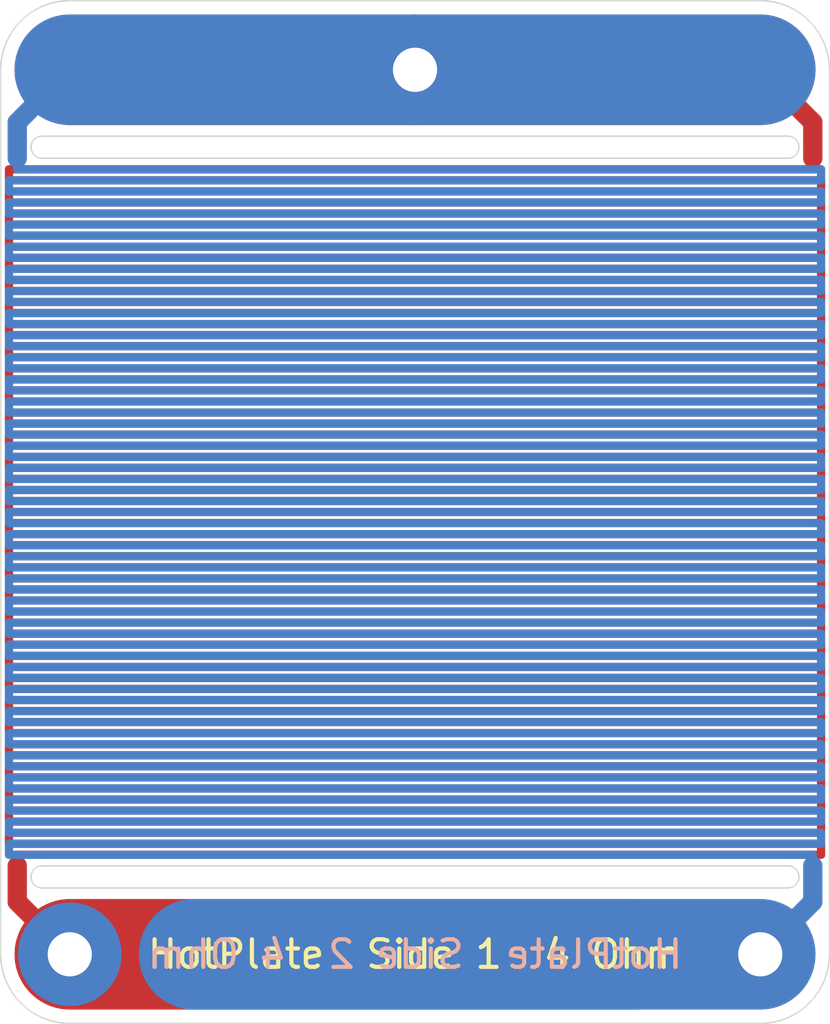
<source format=kicad_pcb>
(kicad_pcb (version 20211014) (generator pcbnew)
  (title_block (title "Heater") (rev "1"))
  (layers (0 "F.Cu" signal) (31 "B.Cu" signal) (34 "B.Paste" user) (35 "F.Paste" user) (36 "B.SilkS" user "B.Silkscreen") (37 "F.SilkS" user "F.Silkscreen") (38 "B.Mask" user) (39 "F.Mask" user) (44 "Edge.Cuts" user))
  (net 0 "")
  (net 1 "Net-(JBOTTOM1-Pad1)")
  (footprint "Library:MountingHole_3.2mm_Large" (layer "F.Cu") (at 130 43)
    (fp_text reference "JGND1" hide)
    (fp_text value "Conn_01x01")
    (pad "1" connect circle (at 0 0) (size 7.5 7.5) (layers "F.Cu" "F.Mask") (net 1 "Net-(JBOTTOM1-Pad1)"))
    (pad "1" thru_hole circle (at 0 0) (size 3.6 3.6) (drill 3.2) (layers *.Cu *.Mask) (net 1 "Net-(JBOTTOM1-Pad1)"))
    (pad "1" connect circle (at 0 0) (size 7.5 7.5) (layers "B.Cu" "B.Mask") (net 1 "Net-(JBOTTOM1-Pad1)"))
  )
  (footprint "Library:MountingHole_3.2mm_Large" (layer "F.Cu") (at 105 107)
    (fp_text reference "JBOTTOM1" hide)
    (fp_text value "Conn_01x01")
    (pad "1" connect circle (at 0 0) (size 7.5 7.5) (layers "F.Cu" "F.Mask") (net 1 "Net-(JBOTTOM1-Pad1)"))
    (pad "1" connect circle (at 0 0) (size 7.5 7.5) (layers "B.Cu" "B.Mask") (net 1 "Net-(JBOTTOM1-Pad1)"))
    (pad "1" thru_hole circle (at 0 0) (size 3.6 3.6) (drill 3.2) (layers *.Cu *.Mask) (net 1 "Net-(JBOTTOM1-Pad1)"))
  )
  (footprint "Library:MountingHole_3.2mm_Large" (layer "F.Cu") (at 155 107)
    (fp_text reference "JTOP1" hide)
    (fp_text value "Conn_01x01")
    (pad "1" thru_hole circle (at 0 0) (size 3.6 3.6) (drill 3.2) (layers *.Cu *.Mask) (net 1 "Net-(JBOTTOM1-Pad1)"))
    (pad "1" connect circle (at 0 0) (size 7.5 7.5) (layers "F.Cu" "F.Mask") (net 1 "Net-(JBOTTOM1-Pad1)"))
    (pad "1" connect circle (at 0 0) (size 7.5 7.5) (layers "B.Cu" "B.Mask") (net 1 "Net-(JBOTTOM1-Pad1)"))
  )
  (gr_arc (start 157 100.6) (mid 157.8 101.4) (end 157 102.2) (layer "Edge.Cuts") (width 0.1))
  (gr_line (start 157 49.4) (end 103 49.4) (layer "Edge.Cuts") (width 0.1))
  (gr_arc (start 100 43) (mid 101.464466 39.464466) (end 105 38) (layer "Edge.Cuts") (width 0.1))
  (gr_line (start 103 47.8) (end 157 47.8) (layer "Edge.Cuts") (width 0.1))
  (gr_arc (start 160 107) (mid 158.535534 110.535534) (end 155 112) (layer "Edge.Cuts") (width 0.1))
  (gr_line (start 157 102.2) (end 103 102.2) (layer "Edge.Cuts") (width 0.1))
  (gr_arc (start 105 112) (mid 101.464466 110.535534) (end 100 107) (layer "Edge.Cuts") (width 0.1))
  (gr_line (start 160 43) (end 160 107) (layer "Edge.Cuts") (width 0.1))
  (gr_line (start 100 107) (end 100 43) (layer "Edge.Cuts") (width 0.1))
  (gr_arc (start 103 102.2) (mid 102.2 101.4) (end 103 100.6) (layer "Edge.Cuts") (width 0.1))
  (gr_line (start 155 112) (end 105 112) (layer "Edge.Cuts") (width 0.1))
  (gr_line (start 103 100.6) (end 157 100.6) (layer "Edge.Cuts") (width 0.1))
  (gr_arc (start 157 47.8) (mid 157.8 48.6) (end 157 49.4) (layer "Edge.Cuts") (width 0.1))
  (gr_arc (start 103 49.4) (mid 102.2 48.6) (end 103 47.8) (layer "Edge.Cuts") (width 0.1))
  (gr_arc (start 155 38) (mid 158.535534 39.464466) (end 160 43) (layer "Edge.Cuts") (width 0.1))
  (gr_line (start 105 38) (end 155 38) (layer "Edge.Cuts") (width 0.1))
  (gr_text "HotPlate  Side 2  4 Ohm" (at 130 107) (layer "B.SilkS") (effects (font (size 2 2) (thickness 0.3)) (justify mirror)))
  (gr_text "HotPlate  Side 1  4 Ohm" (at 130 107) (layer "F.SilkS") (effects (font (size 2 2) (thickness 0.3))))
  (segment (start 159.4 70.2) (end 100.6 70.2) (width 0.6) (layer "F.Cu") (net 1))
  (segment (start 100.6 52.6) (end 100.6 51.8) (width 0.6) (layer "F.Cu") (net 1))
  (segment (start 158.8 46.8) (end 155 43) (width 1.4) (layer "F.Cu") (net 1))
  (segment (start 130 43) (end 105 43) (width 8) (layer "F.Cu") (net 1))
  (segment (start 101.2 103.2) (end 105 107) (width 1.4) (layer "F.Cu") (net 1))
  (segment (start 159.4 60.6) (end 100.6 60.6) (width 0.6) (layer "F.Cu") (net 1))
  (segment (start 159.4 78.2) (end 100.6 78.2) (width 0.6) (layer "F.Cu") (net 1))
  (segment (start 159.4 92.6) (end 100.6 92.6) (width 0.6) (layer "F.Cu") (net 1))
  (segment (start 100.6 88.6) (end 159.4 88.6) (width 0.6) (layer "F.Cu") (net 1))
  (segment (start 100.6 55) (end 159.4 55) (width 0.6) (layer "F.Cu") (net 1))
  (segment (start 159.4 88.6) (end 159.4 87.8) (width 0.6) (layer "F.Cu") (net 1))
  (segment (start 159.4 91.8) (end 159.4 91) (width 0.6) (layer "F.Cu") (net 1))
  (segment (start 100.6 61.4) (end 159.4 61.4) (width 0.6) (layer "F.Cu") (net 1))
  (segment (start 159.4 98.2) (end 159.4 97.4) (width 0.6) (layer "F.Cu") (net 1))
  (segment (start 159.4 73.4) (end 100.6 73.4) (width 0.6) (layer "F.Cu") (net 1))
  (segment (start 159.4 69.4) (end 159.4 68.6) (width 0.6) (layer "F.Cu") (net 1))
  (segment (start 100.6 87.8) (end 100.6 87) (width 0.6) (layer "F.Cu") (net 1))
  (segment (start 100.6 76.6) (end 100.6 75.8) (width 0.6) (layer "F.Cu") (net 1))
  (segment (start 100.6 59.8) (end 159.4 59.8) (width 0.6) (layer "F.Cu") (net 1))
  (segment (start 101.2 99.8) (end 159.4 99.8) (width 0.6) (layer "F.Cu") (net 1))
  (segment (start 159.4 59.8) (end 159.4 59) (width 0.6) (layer "F.Cu") (net 1))
  (segment (start 100.6 83) (end 100.6 82.2) (width 0.6) (layer "F.Cu") (net 1))
  (segment (start 100.6 99) (end 100.6 98.2) (width 0.6) (layer "F.Cu") (net 1))
  (segment (start 159.4 67.8) (end 159.4 67) (width 0.6) (layer "F.Cu") (net 1))
  (segment (start 159.4 68.6) (end 100.6 68.6) (width 0.6) (layer "F.Cu") (net 1))
  (segment (start 100.6 85.4) (end 159.4 85.4) (width 0.6) (layer "F.Cu") (net 1))
  (segment (start 158.8 50.2) (end 158.8 49.4) (width 0.6) (layer "F.Cu") (net 1))
  (segment (start 100.6 62.2) (end 100.6 61.4) (width 0.6) (layer "F.Cu") (net 1))
  (segment (start 100.6 83.8) (end 159.4 83.8) (width 0.6) (layer "F.Cu") (net 1))
  (segment (start 159.4 71.8) (end 100.6 71.8) (width 0.6) (layer "F.Cu") (net 1))
  (segment (start 100.6 79.8) (end 100.6 79) (width 0.6) (layer "F.Cu") (net 1))
  (segment (start 101.2 100.6) (end 101.2 99.8) (width 0.6) (layer "F.Cu") (net 1))
  (segment (start 159.4 66.2) (end 159.4 65.4) (width 0.6) (layer "F.Cu") (net 1))
  (segment (start 100.6 53.4) (end 159.4 53.4) (width 0.6) (layer "F.Cu") (net 1))
  (segment (start 100.6 93.4) (end 159.4 93.4) (width 0.6) (layer "F.Cu") (net 1))
  (segment (start 159.4 87.8) (end 100.6 87.8) (width 0.6) (layer "F.Cu") (net 1))
  (segment (start 100.6 90.2) (end 159.4 90.2) (width 0.6) (layer "F.Cu") (net 1))
  (segment (start 159.4 94.2) (end 100.6 94.2) (width 0.6) (layer "F.Cu") (net 1))
  (segment (start 130 43) (end 155 43) (width 8) (layer "F.Cu") (net 1))
  (segment (start 100.6 96.6) (end 159.4 96.6) (width 0.6) (layer "F.Cu") (net 1))
  (segment (start 159.4 81.4) (end 100.6 81.4) (width 0.6) (layer "F.Cu") (net 1))
  (segment (start 159.4 72.6) (end 159.4 71.8) (width 0.6) (layer "F.Cu") (net 1))
  (segment (start 100.6 50.2) (end 158.8 50.2) (width 0.6) (layer "F.Cu") (net 1))
  (segment (start 159.4 99.8) (end 159.4 99) (width 0.6) (layer "F.Cu") (net 1))
  (segment (start 100.6 80.6) (end 159.4 80.6) (width 0.6) (layer "F.Cu") (net 1))
  (segment (start 100.6 92.6) (end 100.6 91.8) (width 0.6) (layer "F.Cu") (net 1))
  (segment (start 159.4 65.4) (end 100.6 65.4) (width 0.6) (layer "F.Cu") (net 1))
  (segment (start 159.4 67) (end 100.6 67) (width 0.6) (layer "F.Cu") (net 1))
  (segment (start 100.6 79) (end 159.4 79) (width 0.6) (layer "F.Cu") (net 1))
  (segment (start 159.4 53.4) (end 159.4 52.6) (width 0.6) (layer "F.Cu") (net 1))
  (segment (start 159.4 83) (end 100.6 83) (width 0.6) (layer "F.Cu") (net 1))
  (segment (start 105 44) (end 105 43) (width 0.6) (layer "F.Cu") (net 1))
  (segment (start 100.6 57.4) (end 100.6 56.6) (width 0.6) (layer "F.Cu") (net 1))
  (segment (start 159.4 75) (end 100.6 75) (width 0.6) (layer "F.Cu") (net 1))
  (segment (start 159.4 74.2) (end 159.4 73.4) (width 0.6) (layer "F.Cu") (net 1))
  (segment (start 159.4 86.2) (end 100.6 86.2) (width 0.6) (layer "F.Cu") (net 1))
  (segment (start 159.4 62.2) (end 100.6 62.2) (width 0.6) (layer "F.Cu") (net 1))
  (segment (start 100.6 63.8) (end 100.6 63) (width 0.6) (layer "F.Cu") (net 1))
  (segment (start 159.4 77.4) (end 159.4 76.6) (width 0.6) (layer "F.Cu") (net 1))
  (segment (start 159.4 95) (end 159.4 94.2) (width 0.6) (layer "F.Cu") (net 1))
  (segment (start 159.4 64.6) (end 159.4 63.8) (width 0.6) (layer "F.Cu") (net 1))
  (segment (start 159.4 63) (end 159.4 62.2) (width 0.6) (layer "F.Cu") (net 1))
  (segment (start 159.4 99) (end 100.6 99) (width 0.6) (layer "F.Cu") (net 1))
  (segment (start 100.6 97.4) (end 100.6 96.6) (width 0.6) (layer "F.Cu") (net 1))
  (segment (start 159.4 56.6) (end 159.4 55.8) (width 0.6) (layer "F.Cu") (net 1))
  (segment (start 100.6 89.4) (end 100.6 88.6) (width 0.6) (layer "F.Cu") (net 1))
  (segment (start 100.6 66.2) (end 159.4 66.2) (width 0.6) (layer "F.Cu") (net 1))
  (segment (start 100.6 71) (end 159.4 71) (width 0.6) (layer "F.Cu") (net 1))
  (segment (start 159.4 85.4) (end 159.4 84.6) (width 0.6) (layer "F.Cu") (net 1))
  (segment (start 159.4 93.4) (end 159.4 92.6) (width 0.6) (layer "F.Cu") (net 1))
  (segment (start 159.4 87) (end 159.4 86.2) (width 0.6) (layer "F.Cu") (net 1))
  (segment (start 100.6 56.6) (end 159.4 56.6) (width 0.6) (layer "F.Cu") (net 1))
  (segment (start 100.6 91.8) (end 159.4 91.8) (width 0.6) (layer "F.Cu") (net 1))
  (segment (start 159.4 51.8) (end 159.4 51) (width 0.6) (layer "F.Cu") (net 1))
  (segment (start 100.6 51.8) (end 159.4 51.8) (width 0.6) (layer "F.Cu") (net 1))
  (segment (start 159.4 75.8) (end 159.4 75) (width 0.6) (layer "F.Cu") (net 1))
  (segment (start 159.4 97.4) (end 100.6 97.4) (width 0.6) (layer "F.Cu") (net 1))
  (segment (start 159.4 95.8) (end 100.6 95.8) (width 0.6) (layer "F.Cu") (net 1))
  (segment (start 159.4 51) (end 100.6 51) (width 0.6) (layer "F.Cu") (net 1))
  (segment (start 159.4 52.6) (end 100.6 52.6) (width 0.6) (layer "F.Cu") (net 1))
  (segment (start 100.6 84.6) (end 100.6 83.8) (width 0.6) (layer "F.Cu") (net 1))
  (segment (start 100.6 58.2) (end 159.4 58.2) (width 0.6) (layer "F.Cu") (net 1))
  (segment (start 100.6 59) (end 100.6 58.2) (width 0.6) (layer "F.Cu") (net 1))
  (segment (start 100.6 82.2) (end 159.4 82.2) (width 0.6) (layer "F.Cu") (net 1))
  (segment (start 100.6 51) (end 100.6 50.2) (width 0.6) (layer "F.Cu") (net 1))
  (segment (start 100.6 95.8) (end 100.6 95) (width 0.6) (layer "F.Cu") (net 1))
  (segment (start 100.6 91) (end 100.6 90.2) (width 0.6) (layer "F.Cu") (net 1))
  (segment (start 159.4 79.8) (end 100.6 79.8) (width 0.6) (layer "F.Cu") (net 1))
  (segment (start 100.6 64.6) (end 159.4 64.6) (width 0.6) (layer "F.Cu") (net 1))
  (segment (start 100.6 94.2) (end 100.6 93.4) (width 0.6) (layer "F.Cu") (net 1))
  (segment (start 159.4 84.6) (end 100.6 84.6) (width 0.6) (layer "F.Cu") (net 1))
  (segment (start 100.6 71.8) (end 100.6 71) (width 0.6) (layer "F.Cu") (net 1))
  (segment (start 159.4 63.8) (end 100.6 63.8) (width 0.6) (layer "F.Cu") (net 1))
  (segment (start 159.4 55) (end 159.4 54.2) (width 0.6) (layer "F.Cu") (net 1))
  (segment (start 159.4 91) (end 100.6 91) (width 0.6) (layer "F.Cu") (net 1))
  (segment (start 159.4 55.8) (end 100.6 55.8) (width 0.6) (layer "F.Cu") (net 1))
  (segment (start 158.8 46.8) (end 158.8 49.4) (width 1.4) (layer "F.Cu") (net 1))
  (segment (start 159.4 80.6) (end 159.4 79.8) (width 0.6) (layer "F.Cu") (net 1))
  (segment (start 100.6 74.2) (end 159.4 74.2) (width 0.6) (layer "F.Cu") (net 1))
  (segment (start 159.4 58.2) (end 159.4 57.4) (width 0.6) (layer "F.Cu") (net 1))
  (segment (start 100.6 67.8) (end 159.4 67.8) (width 0.6) (layer "F.Cu") (net 1))
  (segment (start 159.4 83.8) (end 159.4 83) (width 0.6) (layer "F.Cu") (net 1))
  (segment (start 159.4 61.4) (end 159.4 60.6) (width 0.6) (layer "F.Cu") (net 1))
  (segment (start 159.4 79) (end 159.4 78.2) (width 0.6) (layer "F.Cu") (net 1))
  (segment (start 100.6 55.8) (end 100.6 55) (width 0.6) (layer "F.Cu") (net 1))
  (segment (start 159.4 82.2) (end 159.4 81.4) (width 0.6) (layer "F.Cu") (net 1))
  (segment (start 100.6 70.2) (end 100.6 69.4) (width 0.6) (layer "F.Cu") (net 1))
  (segment (start 100.6 65.4) (end 100.6 64.6) (width 0.6) (layer "F.Cu") (net 1))
  (segment (start 159.4 96.6) (end 159.4 95.8) (width 0.6) (layer "F.Cu") (net 1))
  (segment (start 100.6 78.2) (end 100.6 77.4) (width 0.6) (layer "F.Cu") (net 1))
  (segment (start 100.6 73.4) (end 100.6 72.6) (width 0.6) (layer "F.Cu") (net 1))
  (segment (start 100.6 72.6) (end 159.4 72.6) (width 0.6) (layer "F.Cu") (net 1))
  (segment (start 100.6 98.2) (end 159.4 98.2) (width 0.6) (layer "F.Cu") (net 1))
  (segment (start 100.6 63) (end 159.4 63) (width 0.6) (layer "F.Cu") (net 1))
  (segment (start 159.4 57.4) (end 100.6 57.4) (width 0.6) (layer "F.Cu") (net 1))
  (segment (start 100.6 87) (end 159.4 87) (width 0.6) (layer "F.Cu") (net 1))
  (segment (start 159.4 90.2) (end 159.4 89.4) (width 0.6) (layer "F.Cu") (net 1))
  (segment (start 159.4 59) (end 100.6 59) (width 0.6) (layer "F.Cu") (net 1))
  (segment (start 159.4 76.6) (end 100.6 76.6) (width 0.6) (layer "F.Cu") (net 1))
  (segment (start 100.6 95) (end 159.4 95) (width 0.6) (layer "F.Cu") (net 1))
  (segment (start 100.6 77.4) (end 159.4 77.4) (width 0.6) (layer "F.Cu") (net 1))
  (segment (start 159.4 89.4) (end 100.6 89.4) (width 0.6) (layer "F.Cu") (net 1))
  (segment (start 101.2 103.2) (end 101.2 100.6) (width 1.4) (layer "F.Cu") (net 1))
  (segment (start 100.6 67) (end 100.6 66.2) (width 0.6) (layer "F.Cu") (net 1))
  (segment (start 159.4 71) (end 159.4 70.2) (width 0.6) (layer "F.Cu") (net 1))
  (segment (start 100.6 75.8) (end 159.4 75.8) (width 0.6) (layer "F.Cu") (net 1))
  (segment (start 100.6 86.2) (end 100.6 85.4) (width 0.6) (layer "F.Cu") (net 1))
  (segment (start 159.4 54.2) (end 100.6 54.2) (width 0.6) (layer "F.Cu") (net 1))
  (segment (start 105 107) (end 146 107) (width 8) (layer "F.Cu") (net 1))
  (segment (start 100.6 81.4) (end 100.6 80.6) (width 0.6) (layer "F.Cu") (net 1))
  (segment (start 100.6 68.6) (end 100.6 67.8) (width 0.6) (layer "F.Cu") (net 1))
  (segment (start 100.6 60.6) (end 100.6 59.8) (width 0.6) (layer "F.Cu") (net 1))
  (segment (start 100.6 54.2) (end 100.6 53.4) (width 0.6) (layer "F.Cu") (net 1))
  (segment (start 100.6 75) (end 100.6 74.2) (width 0.6) (layer "F.Cu") (net 1))
  (segment (start 100.6 69.4) (end 159.4 69.4) (width 0.6) (layer "F.Cu") (net 1))
  (segment (start 159.4 65.4) (end 159.4 64.6) (width 0.6) (layer "B.Cu") (net 1))
  (segment (start 100.6 81.4) (end 159.4 81.4) (width 0.6) (layer "B.Cu") (net 1))
  (segment (start 100.6 95.8) (end 159.4 95.8) (width 0.6) (layer "B.Cu") (net 1))
  (segment (start 100.6 85.4) (end 100.6 84.6) (width 0.6) (layer "B.Cu") (net 1))
  (segment (start 159.4 52.6) (end 159.4 51.8) (width 0.6) (layer "B.Cu") (net 1))
  (segment (start 159.4 56.6) (end 100.6 56.6) (width 0.6) (layer "B.Cu") (net 1))
  (segment (start 159.4 64.6) (end 100.6 64.6) (width 0.6) (layer "B.Cu") (net 1))
  (segment (start 159.4 81.4) (end 159.4 80.6) (width 0.6) (layer "B.Cu") (net 1))
  (segment (start 100.6 95) (end 100.6 94.2) (width 0.6) (layer "B.Cu") (net 1))
  (segment (start 100.6 92.6) (end 159.4 92.6) (width 0.6) (layer "B.Cu") (net 1))
  (segment (start 159.4 55) (end 100.6 55) (width 0.6) (layer "B.Cu") (net 1))
  (segment (start 159.4 84.6) (end 159.4 83.8) (width 0.6) (layer "B.Cu") (net 1))
  (segment (start 130 43) (end 105 43) (width 8) (layer "B.Cu") (net 1))
  (segment (start 100.6 83.8) (end 100.6 83) (width 0.6) (layer "B.Cu") (net 1))
  (segment (start 159.4 89.4) (end 159.4 88.6) (width 0.6) (layer "B.Cu") (net 1))
  (segment (start 100.6 97.4) (end 159.4 97.4) (width 0.6) (layer "B.Cu") (net 1))
  (segment (start 100.6 79) (end 100.6 78.2) (width 0.6) (layer "B.Cu") (net 1))
  (segment (start 101.2 50.2) (end 101.2 49.4) (width 0.6) (layer "B.Cu") (net 1))
  (segment (start 159.4 99) (end 159.4 98.2) (width 0.6) (layer "B.Cu") (net 1))
  (segment (start 159.4 58.2) (end 100.6 58.2) (width 0.6) (layer "B.Cu") (net 1))
  (segment (start 159.4 80.6) (end 100.6 80.6) (width 0.6) (layer "B.Cu") (net 1))
  (segment (start 159.4 66.2) (end 100.6 66.2) (width 0.6) (layer "B.Cu") (net 1))
  (segment (start 159.4 59) (end 159.4 58.2) (width 0.6) (layer "B.Cu") (net 1))
  (segment (start 159.4 51.8) (end 100.6 51.8) (width 0.6) (layer "B.Cu") (net 1))
  (segment (start 100.6 83) (end 159.4 83) (width 0.6) (layer "B.Cu") (net 1))
  (segment (start 101.2 46.8) (end 101.2 49.4) (width 1.4) (layer "B.Cu") (net 1))
  (segment (start 100.6 71.8) (end 159.4 71.8) (width 0.6) (layer "B.Cu") (net 1))
  (segment (start 100.6 76.6) (end 159.4 76.6) (width 0.6) (layer "B.Cu") (net 1))
  (segment (start 159.4 87) (end 100.6 87) (width 0.6) (layer "B.Cu") (net 1))
  (segment (start 100.6 72.6) (end 100.6 71.8) (width 0.6) (layer "B.Cu") (net 1))
  (segment (start 159.4 75) (end 159.4 74.2) (width 0.6) (layer "B.Cu") (net 1))
  (segment (start 100.6 51) (end 159.4 51) (width 0.6) (layer "B.Cu") (net 1))
  (segment (start 100.6 96.6) (end 100.6 95.8) (width 0.6) (layer "B.Cu") (net 1))
  (segment (start 100.6 54.2) (end 159.4 54.2) (width 0.6) (layer "B.Cu") (net 1))
  (segment (start 159.4 87.8) (end 159.4 87) (width 0.6) (layer "B.Cu") (net 1))
  (segment (start 159.4 83) (end 159.4 82.2) (width 0.6) (layer "B.Cu") (net 1))
  (segment (start 159.4 55.8) (end 159.4 55) (width 0.6) (layer "B.Cu") (net 1))
  (segment (start 100.6 64.6) (end 100.6 63.8) (width 0.6) (layer "B.Cu") (net 1))
  (segment (start 100.6 68.6) (end 159.4 68.6) (width 0.6) (layer "B.Cu") (net 1))
  (segment (start 158.8 100.6) (end 158.8 99.8) (width 0.6) (layer "B.Cu") (net 1))
  (segment (start 159.4 88.6) (end 100.6 88.6) (width 0.6) (layer "B.Cu") (net 1))
  (segment (start 100.6 63) (end 100.6 62.2) (width 0.6) (layer "B.Cu") (net 1))
  (segment (start 155 107) (end 114 107) (width 8) (layer "B.Cu") (net 1))
  (segment (start 130 43) (end 155 43) (width 8) (layer "B.Cu") (net 1))
  (segment (start 159.4 97.4) (end 159.4 96.6) (width 0.6) (layer "B.Cu") (net 1))
  (segment (start 159.4 67) (end 159.4 66.2) (width 0.6) (layer "B.Cu") (net 1))
  (segment (start 100.6 62.2) (end 159.4 62.2) (width 0.6) (layer "B.Cu") (net 1))
  (segment (start 159.4 86.2) (end 159.4 85.4) (width 0.6) (layer "B.Cu") (net 1))
  (segment (start 159.4 90.2) (end 100.6 90.2) (width 0.6) (layer "B.Cu") (net 1))
  (segment (start 159.4 85.4) (end 100.6 85.4) (width 0.6) (layer "B.Cu") (net 1))
  (segment (start 159.4 76.6) (end 159.4 75.8) (width 0.6) (layer "B.Cu") (net 1))
  (segment (start 159.4 98.2) (end 100.6 98.2) (width 0.6) (layer "B.Cu") (net 1))
  (segment (start 100.6 91) (end 159.4 91) (width 0.6) (layer "B.Cu") (net 1))
  (segment (start 100.6 75) (end 159.4 75) (width 0.6) (layer "B.Cu") (net 1))
  (segment (start 100.6 87.8) (end 159.4 87.8) (width 0.6) (layer "B.Cu") (net 1))
  (segment (start 159.4 95) (end 100.6 95) (width 0.6) (layer "B.Cu") (net 1))
  (segment (start 100.6 53.4) (end 100.6 52.6) (width 0.6) (layer "B.Cu") (net 1))
  (segment (start 100.6 77.4) (end 100.6 76.6) (width 0.6) (layer "B.Cu") (net 1))
  (segment (start 159.4 53.4) (end 100.6 53.4) (width 0.6) (layer "B.Cu") (net 1))
  (segment (start 159.4 73.4) (end 159.4 72.6) (width 0.6) (layer "B.Cu") (net 1))
  (segment (start 159.4 54.2) (end 159.4 53.4) (width 0.6) (layer "B.Cu") (net 1))
  (segment (start 159.4 91) (end 159.4 90.2) (width 0.6) (layer "B.Cu") (net 1))
  (segment (start 100.6 67) (end 159.4 67) (width 0.6) (layer "B.Cu") (net 1))
  (segment (start 159.4 59.8) (end 100.6 59.8) (width 0.6) (layer "B.Cu") (net 1))
  (segment (start 100.6 67.8) (end 100.6 67) (width 0.6) (layer "B.Cu") (net 1))
  (segment (start 100.6 90.2) (end 100.6 89.4) (width 0.6) (layer "B.Cu") (net 1))
  (segment (start 100.6 59.8) (end 100.6 59) (width 0.6) (layer "B.Cu") (net 1))
  (segment (start 100.6 59) (end 159.4 59) (width 0.6) (layer "B.Cu") (net 1))
  (segment (start 159.4 91.8) (end 100.6 91.8) (width 0.6) (layer "B.Cu") (net 1))
  (segment (start 100.6 84.6) (end 159.4 84.6) (width 0.6) (layer "B.Cu") (net 1))
  (segment (start 159.4 82.2) (end 100.6 82.2) (width 0.6) (layer "B.Cu") (net 1))
  (segment (start 159.4 68.6) (end 159.4 67.8) (width 0.6) (layer "B.Cu") (net 1))
  (segment (start 100.6 80.6) (end 100.6 79.8) (width 0.6) (layer "B.Cu") (net 1))
  (segment (start 100.6 55.8) (end 159.4 55.8) (width 0.6) (layer "B.Cu") (net 1))
  (segment (start 100.6 75.8) (end 100.6 75) (width 0.6) (layer "B.Cu") (net 1))
  (segment (start 159.4 63.8) (end 159.4 63) (width 0.6) (layer "B.Cu") (net 1))
  (segment (start 100.6 51.8) (end 100.6 51) (width 0.6) (layer "B.Cu") (net 1))
  (segment (start 159.4 63) (end 100.6 63) (width 0.6) (layer "B.Cu") (net 1))
  (segment (start 100.6 98.2) (end 100.6 97.4) (width 0.6) (layer "B.Cu") (net 1))
  (segment (start 159.4 94.2) (end 159.4 93.4) (width 0.6) (layer "B.Cu") (net 1))
  (segment (start 100.6 79.8) (end 159.4 79.8) (width 0.6) (layer "B.Cu") (net 1))
  (segment (start 159.4 79.8) (end 159.4 79) (width 0.6) (layer "B.Cu") (net 1))
  (segment (start 100.6 74.2) (end 100.6 73.4) (width 0.6) (layer "B.Cu") (net 1))
  (segment (start 158.8 99.8) (end 100.6 99.8) (width 0.6) (layer "B.Cu") (net 1))
  (segment (start 159.4 60.6) (end 159.4 59.8) (width 0.6) (layer "B.Cu") (net 1))
  (segment (start 159.4 50.2) (end 101.2 50.2) (width 0.6) (layer "B.Cu") (net 1))
  (segment (start 100.6 69.4) (end 100.6 68.6) (width 0.6) (layer "B.Cu") (net 1))
  (segment (start 159.4 83.8) (end 100.6 83.8) (width 0.6) (layer "B.Cu") (net 1))
  (segment (start 159.4 95.8) (end 159.4 95) (width 0.6) (layer "B.Cu") (net 1))
  (segment (start 100.6 63.8) (end 159.4 63.8) (width 0.6) (layer "B.Cu") (net 1))
  (segment (start 159.4 51) (end 159.4 50.2) (width 0.6) (layer "B.Cu") (net 1))
  (segment (start 100.6 89.4) (end 159.4 89.4) (width 0.6) (layer "B.Cu") (net 1))
  (segment (start 159.4 77.4) (end 100.6 77.4) (width 0.6) (layer "B.Cu") (net 1))
  (segment (start 100.6 60.6) (end 159.4 60.6) (width 0.6) (layer "B.Cu") (net 1))
  (segment (start 100.6 66.2) (end 100.6 65.4) (width 0.6) (layer "B.Cu") (net 1))
  (segment (start 100.6 88.6) (end 100.6 87.8) (width 0.6) (layer "B.Cu") (net 1))
  (segment (start 159.4 78.2) (end 159.4 77.4) (width 0.6) (layer "B.Cu") (net 1))
  (segment (start 159.4 71.8) (end 159.4 71) (width 0.6) (layer "B.Cu") (net 1))
  (segment (start 159.4 61.4) (end 100.6 61.4) (width 0.6) (layer "B.Cu") (net 1))
  (segment (start 158.8 103.2) (end 158.8 100.6) (width 1.4) (layer "B.Cu") (net 1))
  (segment (start 159.4 71) (end 100.6 71) (width 0.6) (layer "B.Cu") (net 1))
  (segment (start 100.6 93.4) (end 100.6 92.6) (width 0.6) (layer "B.Cu") (net 1))
  (segment (start 159.4 93.4) (end 100.6 93.4) (width 0.6) (layer "B.Cu") (net 1))
  (segment (start 100.6 87) (end 100.6 86.2) (width 0.6) (layer "B.Cu") (net 1))
  (segment (start 159.4 75.8) (end 100.6 75.8) (width 0.6) (layer "B.Cu") (net 1))
  (segment (start 100.6 55) (end 100.6 54.2) (width 0.6) (layer "B.Cu") (net 1))
  (segment (start 159.4 72.6) (end 100.6 72.6) (width 0.6) (layer "B.Cu") (net 1))
  (segment (start 100.6 65.4) (end 159.4 65.4) (width 0.6) (layer "B.Cu") (net 1))
  (segment (start 101.2 46.8) (end 105 43) (width 1.4) (layer "B.Cu") (net 1))
  (segment (start 100.6 71) (end 100.6 70.2) (width 0.6) (layer "B.Cu") (net 1))
  (segment (start 159.4 67.8) (end 100.6 67.8) (width 0.6) (layer "B.Cu") (net 1))
  (segment (start 100.6 73.4) (end 159.4 73.4) (width 0.6) (layer "B.Cu") (net 1))
  (segment (start 100.6 78.2) (end 159.4 78.2) (width 0.6) (layer "B.Cu") (net 1))
  (segment (start 100.6 57.4) (end 159.4 57.4) (width 0.6) (layer "B.Cu") (net 1))
  (segment (start 100.6 94.2) (end 159.4 94.2) (width 0.6) (layer "B.Cu") (net 1))
  (segment (start 100.6 70.2) (end 159.4 70.2) (width 0.6) (layer "B.Cu") (net 1))
  (segment (start 159.4 69.4) (end 100.6 69.4) (width 0.6) (layer "B.Cu") (net 1))
  (segment (start 159.4 70.2) (end 159.4 69.4) (width 0.6) (layer "B.Cu") (net 1))
  (segment (start 100.6 56.6) (end 100.6 55.8) (width 0.6) (layer "B.Cu") (net 1))
  (segment (start 100.6 99) (end 159.4 99) (width 0.6) (layer "B.Cu") (net 1))
  (segment (start 100.6 52.6) (end 159.4 52.6) (width 0.6) (layer "B.Cu") (net 1))
  (segment (start 159.4 57.4) (end 159.4 56.6) (width 0.6) (layer "B.Cu") (net 1))
  (segment (start 100.6 82.2) (end 100.6 81.4) (width 0.6) (layer "B.Cu") (net 1))
  (segment (start 100.6 58.2) (end 100.6 57.4) (width 0.6) (layer "B.Cu") (net 1))
  (segment (start 158.8 103.2) (end 155 107) (width 1.4) (layer "B.Cu") (net 1))
  (segment (start 159.4 74.2) (end 100.6 74.2) (width 0.6) (layer "B.Cu") (net 1))
  (segment (start 159.4 92.6) (end 159.4 91.8) (width 0.6) (layer "B.Cu") (net 1))
  (segment (start 159.4 79) (end 100.6 79) (width 0.6) (layer "B.Cu") (net 1))
  (segment (start 100.6 91.8) (end 100.6 91) (width 0.6) (layer "B.Cu") (net 1))
  (segment (start 100.6 99.8) (end 100.6 99) (width 0.6) (layer "B.Cu") (net 1))
  (segment (start 159.4 96.6) (end 100.6 96.6) (width 0.6) (layer "B.Cu") (net 1))
  (segment (start 100.6 86.2) (end 159.4 86.2) (width 0.6) (layer "B.Cu") (net 1))
  (segment (start 100.6 61.4) (end 100.6 60.6) (width 0.6) (layer "B.Cu") (net 1))
  (segment (start 159.4 62.2) (end 159.4 61.4) (width 0.6) (layer "B.Cu") (net 1))
)
</source>
